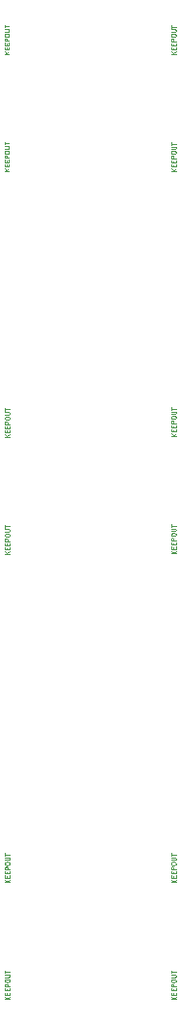
<source format=gbr>
%TF.GenerationSoftware,KiCad,Pcbnew,(7.0.0)*%
%TF.CreationDate,2023-03-06T17:55:23-08:00*%
%TF.ProjectId,my active mult,6d792061-6374-4697-9665-206d756c742e,rev?*%
%TF.SameCoordinates,Original*%
%TF.FileFunction,Other,Comment*%
%FSLAX46Y46*%
G04 Gerber Fmt 4.6, Leading zero omitted, Abs format (unit mm)*
G04 Created by KiCad (PCBNEW (7.0.0)) date 2023-03-06 17:55:23*
%MOMM*%
%LPD*%
G01*
G04 APERTURE LIST*
%ADD10C,0.051000*%
G04 APERTURE END LIST*
D10*
%TO.C,J3*%
X43346952Y-55238095D02*
X42946952Y-55238095D01*
X43346952Y-55009524D02*
X43118380Y-55180953D01*
X42946952Y-55009524D02*
X43175523Y-55238095D01*
X43137428Y-54838095D02*
X43137428Y-54704762D01*
X43346952Y-54647619D02*
X43346952Y-54838095D01*
X43346952Y-54838095D02*
X42946952Y-54838095D01*
X42946952Y-54838095D02*
X42946952Y-54647619D01*
X43137428Y-54476190D02*
X43137428Y-54342857D01*
X43346952Y-54285714D02*
X43346952Y-54476190D01*
X43346952Y-54476190D02*
X42946952Y-54476190D01*
X42946952Y-54476190D02*
X42946952Y-54285714D01*
X43346952Y-54114285D02*
X42946952Y-54114285D01*
X42946952Y-54114285D02*
X42946952Y-53961904D01*
X42946952Y-53961904D02*
X42966000Y-53923809D01*
X42966000Y-53923809D02*
X42985047Y-53904762D01*
X42985047Y-53904762D02*
X43023142Y-53885714D01*
X43023142Y-53885714D02*
X43080285Y-53885714D01*
X43080285Y-53885714D02*
X43118380Y-53904762D01*
X43118380Y-53904762D02*
X43137428Y-53923809D01*
X43137428Y-53923809D02*
X43156476Y-53961904D01*
X43156476Y-53961904D02*
X43156476Y-54114285D01*
X42946952Y-53638095D02*
X42946952Y-53561904D01*
X42946952Y-53561904D02*
X42966000Y-53523809D01*
X42966000Y-53523809D02*
X43004095Y-53485714D01*
X43004095Y-53485714D02*
X43080285Y-53466666D01*
X43080285Y-53466666D02*
X43213619Y-53466666D01*
X43213619Y-53466666D02*
X43289809Y-53485714D01*
X43289809Y-53485714D02*
X43327904Y-53523809D01*
X43327904Y-53523809D02*
X43346952Y-53561904D01*
X43346952Y-53561904D02*
X43346952Y-53638095D01*
X43346952Y-53638095D02*
X43327904Y-53676190D01*
X43327904Y-53676190D02*
X43289809Y-53714285D01*
X43289809Y-53714285D02*
X43213619Y-53733333D01*
X43213619Y-53733333D02*
X43080285Y-53733333D01*
X43080285Y-53733333D02*
X43004095Y-53714285D01*
X43004095Y-53714285D02*
X42966000Y-53676190D01*
X42966000Y-53676190D02*
X42946952Y-53638095D01*
X42946952Y-53295237D02*
X43270761Y-53295237D01*
X43270761Y-53295237D02*
X43308857Y-53276190D01*
X43308857Y-53276190D02*
X43327904Y-53257142D01*
X43327904Y-53257142D02*
X43346952Y-53219047D01*
X43346952Y-53219047D02*
X43346952Y-53142856D01*
X43346952Y-53142856D02*
X43327904Y-53104761D01*
X43327904Y-53104761D02*
X43308857Y-53085714D01*
X43308857Y-53085714D02*
X43270761Y-53066666D01*
X43270761Y-53066666D02*
X42946952Y-53066666D01*
X42946952Y-52933332D02*
X42946952Y-52704761D01*
X43346952Y-52819047D02*
X42946952Y-52819047D01*
%TO.C,J13*%
X28726952Y-127738095D02*
X28326952Y-127738095D01*
X28726952Y-127509524D02*
X28498380Y-127680953D01*
X28326952Y-127509524D02*
X28555523Y-127738095D01*
X28517428Y-127338095D02*
X28517428Y-127204762D01*
X28726952Y-127147619D02*
X28726952Y-127338095D01*
X28726952Y-127338095D02*
X28326952Y-127338095D01*
X28326952Y-127338095D02*
X28326952Y-127147619D01*
X28517428Y-126976190D02*
X28517428Y-126842857D01*
X28726952Y-126785714D02*
X28726952Y-126976190D01*
X28726952Y-126976190D02*
X28326952Y-126976190D01*
X28326952Y-126976190D02*
X28326952Y-126785714D01*
X28726952Y-126614285D02*
X28326952Y-126614285D01*
X28326952Y-126614285D02*
X28326952Y-126461904D01*
X28326952Y-126461904D02*
X28346000Y-126423809D01*
X28346000Y-126423809D02*
X28365047Y-126404762D01*
X28365047Y-126404762D02*
X28403142Y-126385714D01*
X28403142Y-126385714D02*
X28460285Y-126385714D01*
X28460285Y-126385714D02*
X28498380Y-126404762D01*
X28498380Y-126404762D02*
X28517428Y-126423809D01*
X28517428Y-126423809D02*
X28536476Y-126461904D01*
X28536476Y-126461904D02*
X28536476Y-126614285D01*
X28326952Y-126138095D02*
X28326952Y-126061904D01*
X28326952Y-126061904D02*
X28346000Y-126023809D01*
X28346000Y-126023809D02*
X28384095Y-125985714D01*
X28384095Y-125985714D02*
X28460285Y-125966666D01*
X28460285Y-125966666D02*
X28593619Y-125966666D01*
X28593619Y-125966666D02*
X28669809Y-125985714D01*
X28669809Y-125985714D02*
X28707904Y-126023809D01*
X28707904Y-126023809D02*
X28726952Y-126061904D01*
X28726952Y-126061904D02*
X28726952Y-126138095D01*
X28726952Y-126138095D02*
X28707904Y-126176190D01*
X28707904Y-126176190D02*
X28669809Y-126214285D01*
X28669809Y-126214285D02*
X28593619Y-126233333D01*
X28593619Y-126233333D02*
X28460285Y-126233333D01*
X28460285Y-126233333D02*
X28384095Y-126214285D01*
X28384095Y-126214285D02*
X28346000Y-126176190D01*
X28346000Y-126176190D02*
X28326952Y-126138095D01*
X28326952Y-125795237D02*
X28650761Y-125795237D01*
X28650761Y-125795237D02*
X28688857Y-125776190D01*
X28688857Y-125776190D02*
X28707904Y-125757142D01*
X28707904Y-125757142D02*
X28726952Y-125719047D01*
X28726952Y-125719047D02*
X28726952Y-125642856D01*
X28726952Y-125642856D02*
X28707904Y-125604761D01*
X28707904Y-125604761D02*
X28688857Y-125585714D01*
X28688857Y-125585714D02*
X28650761Y-125566666D01*
X28650761Y-125566666D02*
X28326952Y-125566666D01*
X28326952Y-125433332D02*
X28326952Y-125204761D01*
X28726952Y-125319047D02*
X28326952Y-125319047D01*
%TO.C,J12*%
X28726952Y-117488095D02*
X28326952Y-117488095D01*
X28726952Y-117259524D02*
X28498380Y-117430953D01*
X28326952Y-117259524D02*
X28555523Y-117488095D01*
X28517428Y-117088095D02*
X28517428Y-116954762D01*
X28726952Y-116897619D02*
X28726952Y-117088095D01*
X28726952Y-117088095D02*
X28326952Y-117088095D01*
X28326952Y-117088095D02*
X28326952Y-116897619D01*
X28517428Y-116726190D02*
X28517428Y-116592857D01*
X28726952Y-116535714D02*
X28726952Y-116726190D01*
X28726952Y-116726190D02*
X28326952Y-116726190D01*
X28326952Y-116726190D02*
X28326952Y-116535714D01*
X28726952Y-116364285D02*
X28326952Y-116364285D01*
X28326952Y-116364285D02*
X28326952Y-116211904D01*
X28326952Y-116211904D02*
X28346000Y-116173809D01*
X28346000Y-116173809D02*
X28365047Y-116154762D01*
X28365047Y-116154762D02*
X28403142Y-116135714D01*
X28403142Y-116135714D02*
X28460285Y-116135714D01*
X28460285Y-116135714D02*
X28498380Y-116154762D01*
X28498380Y-116154762D02*
X28517428Y-116173809D01*
X28517428Y-116173809D02*
X28536476Y-116211904D01*
X28536476Y-116211904D02*
X28536476Y-116364285D01*
X28326952Y-115888095D02*
X28326952Y-115811904D01*
X28326952Y-115811904D02*
X28346000Y-115773809D01*
X28346000Y-115773809D02*
X28384095Y-115735714D01*
X28384095Y-115735714D02*
X28460285Y-115716666D01*
X28460285Y-115716666D02*
X28593619Y-115716666D01*
X28593619Y-115716666D02*
X28669809Y-115735714D01*
X28669809Y-115735714D02*
X28707904Y-115773809D01*
X28707904Y-115773809D02*
X28726952Y-115811904D01*
X28726952Y-115811904D02*
X28726952Y-115888095D01*
X28726952Y-115888095D02*
X28707904Y-115926190D01*
X28707904Y-115926190D02*
X28669809Y-115964285D01*
X28669809Y-115964285D02*
X28593619Y-115983333D01*
X28593619Y-115983333D02*
X28460285Y-115983333D01*
X28460285Y-115983333D02*
X28384095Y-115964285D01*
X28384095Y-115964285D02*
X28346000Y-115926190D01*
X28346000Y-115926190D02*
X28326952Y-115888095D01*
X28326952Y-115545237D02*
X28650761Y-115545237D01*
X28650761Y-115545237D02*
X28688857Y-115526190D01*
X28688857Y-115526190D02*
X28707904Y-115507142D01*
X28707904Y-115507142D02*
X28726952Y-115469047D01*
X28726952Y-115469047D02*
X28726952Y-115392856D01*
X28726952Y-115392856D02*
X28707904Y-115354761D01*
X28707904Y-115354761D02*
X28688857Y-115335714D01*
X28688857Y-115335714D02*
X28650761Y-115316666D01*
X28650761Y-115316666D02*
X28326952Y-115316666D01*
X28326952Y-115183332D02*
X28326952Y-114954761D01*
X28726952Y-115069047D02*
X28326952Y-115069047D01*
%TO.C,J11*%
X43346952Y-127738095D02*
X42946952Y-127738095D01*
X43346952Y-127509524D02*
X43118380Y-127680953D01*
X42946952Y-127509524D02*
X43175523Y-127738095D01*
X43137428Y-127338095D02*
X43137428Y-127204762D01*
X43346952Y-127147619D02*
X43346952Y-127338095D01*
X43346952Y-127338095D02*
X42946952Y-127338095D01*
X42946952Y-127338095D02*
X42946952Y-127147619D01*
X43137428Y-126976190D02*
X43137428Y-126842857D01*
X43346952Y-126785714D02*
X43346952Y-126976190D01*
X43346952Y-126976190D02*
X42946952Y-126976190D01*
X42946952Y-126976190D02*
X42946952Y-126785714D01*
X43346952Y-126614285D02*
X42946952Y-126614285D01*
X42946952Y-126614285D02*
X42946952Y-126461904D01*
X42946952Y-126461904D02*
X42966000Y-126423809D01*
X42966000Y-126423809D02*
X42985047Y-126404762D01*
X42985047Y-126404762D02*
X43023142Y-126385714D01*
X43023142Y-126385714D02*
X43080285Y-126385714D01*
X43080285Y-126385714D02*
X43118380Y-126404762D01*
X43118380Y-126404762D02*
X43137428Y-126423809D01*
X43137428Y-126423809D02*
X43156476Y-126461904D01*
X43156476Y-126461904D02*
X43156476Y-126614285D01*
X42946952Y-126138095D02*
X42946952Y-126061904D01*
X42946952Y-126061904D02*
X42966000Y-126023809D01*
X42966000Y-126023809D02*
X43004095Y-125985714D01*
X43004095Y-125985714D02*
X43080285Y-125966666D01*
X43080285Y-125966666D02*
X43213619Y-125966666D01*
X43213619Y-125966666D02*
X43289809Y-125985714D01*
X43289809Y-125985714D02*
X43327904Y-126023809D01*
X43327904Y-126023809D02*
X43346952Y-126061904D01*
X43346952Y-126061904D02*
X43346952Y-126138095D01*
X43346952Y-126138095D02*
X43327904Y-126176190D01*
X43327904Y-126176190D02*
X43289809Y-126214285D01*
X43289809Y-126214285D02*
X43213619Y-126233333D01*
X43213619Y-126233333D02*
X43080285Y-126233333D01*
X43080285Y-126233333D02*
X43004095Y-126214285D01*
X43004095Y-126214285D02*
X42966000Y-126176190D01*
X42966000Y-126176190D02*
X42946952Y-126138095D01*
X42946952Y-125795237D02*
X43270761Y-125795237D01*
X43270761Y-125795237D02*
X43308857Y-125776190D01*
X43308857Y-125776190D02*
X43327904Y-125757142D01*
X43327904Y-125757142D02*
X43346952Y-125719047D01*
X43346952Y-125719047D02*
X43346952Y-125642856D01*
X43346952Y-125642856D02*
X43327904Y-125604761D01*
X43327904Y-125604761D02*
X43308857Y-125585714D01*
X43308857Y-125585714D02*
X43270761Y-125566666D01*
X43270761Y-125566666D02*
X42946952Y-125566666D01*
X42946952Y-125433332D02*
X42946952Y-125204761D01*
X43346952Y-125319047D02*
X42946952Y-125319047D01*
%TO.C,J10*%
X43346952Y-117488095D02*
X42946952Y-117488095D01*
X43346952Y-117259524D02*
X43118380Y-117430953D01*
X42946952Y-117259524D02*
X43175523Y-117488095D01*
X43137428Y-117088095D02*
X43137428Y-116954762D01*
X43346952Y-116897619D02*
X43346952Y-117088095D01*
X43346952Y-117088095D02*
X42946952Y-117088095D01*
X42946952Y-117088095D02*
X42946952Y-116897619D01*
X43137428Y-116726190D02*
X43137428Y-116592857D01*
X43346952Y-116535714D02*
X43346952Y-116726190D01*
X43346952Y-116726190D02*
X42946952Y-116726190D01*
X42946952Y-116726190D02*
X42946952Y-116535714D01*
X43346952Y-116364285D02*
X42946952Y-116364285D01*
X42946952Y-116364285D02*
X42946952Y-116211904D01*
X42946952Y-116211904D02*
X42966000Y-116173809D01*
X42966000Y-116173809D02*
X42985047Y-116154762D01*
X42985047Y-116154762D02*
X43023142Y-116135714D01*
X43023142Y-116135714D02*
X43080285Y-116135714D01*
X43080285Y-116135714D02*
X43118380Y-116154762D01*
X43118380Y-116154762D02*
X43137428Y-116173809D01*
X43137428Y-116173809D02*
X43156476Y-116211904D01*
X43156476Y-116211904D02*
X43156476Y-116364285D01*
X42946952Y-115888095D02*
X42946952Y-115811904D01*
X42946952Y-115811904D02*
X42966000Y-115773809D01*
X42966000Y-115773809D02*
X43004095Y-115735714D01*
X43004095Y-115735714D02*
X43080285Y-115716666D01*
X43080285Y-115716666D02*
X43213619Y-115716666D01*
X43213619Y-115716666D02*
X43289809Y-115735714D01*
X43289809Y-115735714D02*
X43327904Y-115773809D01*
X43327904Y-115773809D02*
X43346952Y-115811904D01*
X43346952Y-115811904D02*
X43346952Y-115888095D01*
X43346952Y-115888095D02*
X43327904Y-115926190D01*
X43327904Y-115926190D02*
X43289809Y-115964285D01*
X43289809Y-115964285D02*
X43213619Y-115983333D01*
X43213619Y-115983333D02*
X43080285Y-115983333D01*
X43080285Y-115983333D02*
X43004095Y-115964285D01*
X43004095Y-115964285D02*
X42966000Y-115926190D01*
X42966000Y-115926190D02*
X42946952Y-115888095D01*
X42946952Y-115545237D02*
X43270761Y-115545237D01*
X43270761Y-115545237D02*
X43308857Y-115526190D01*
X43308857Y-115526190D02*
X43327904Y-115507142D01*
X43327904Y-115507142D02*
X43346952Y-115469047D01*
X43346952Y-115469047D02*
X43346952Y-115392856D01*
X43346952Y-115392856D02*
X43327904Y-115354761D01*
X43327904Y-115354761D02*
X43308857Y-115335714D01*
X43308857Y-115335714D02*
X43270761Y-115316666D01*
X43270761Y-115316666D02*
X42946952Y-115316666D01*
X42946952Y-115183332D02*
X42946952Y-114954761D01*
X43346952Y-115069047D02*
X42946952Y-115069047D01*
%TO.C,J9*%
X28726952Y-88738095D02*
X28326952Y-88738095D01*
X28726952Y-88509524D02*
X28498380Y-88680953D01*
X28326952Y-88509524D02*
X28555523Y-88738095D01*
X28517428Y-88338095D02*
X28517428Y-88204762D01*
X28726952Y-88147619D02*
X28726952Y-88338095D01*
X28726952Y-88338095D02*
X28326952Y-88338095D01*
X28326952Y-88338095D02*
X28326952Y-88147619D01*
X28517428Y-87976190D02*
X28517428Y-87842857D01*
X28726952Y-87785714D02*
X28726952Y-87976190D01*
X28726952Y-87976190D02*
X28326952Y-87976190D01*
X28326952Y-87976190D02*
X28326952Y-87785714D01*
X28726952Y-87614285D02*
X28326952Y-87614285D01*
X28326952Y-87614285D02*
X28326952Y-87461904D01*
X28326952Y-87461904D02*
X28346000Y-87423809D01*
X28346000Y-87423809D02*
X28365047Y-87404762D01*
X28365047Y-87404762D02*
X28403142Y-87385714D01*
X28403142Y-87385714D02*
X28460285Y-87385714D01*
X28460285Y-87385714D02*
X28498380Y-87404762D01*
X28498380Y-87404762D02*
X28517428Y-87423809D01*
X28517428Y-87423809D02*
X28536476Y-87461904D01*
X28536476Y-87461904D02*
X28536476Y-87614285D01*
X28326952Y-87138095D02*
X28326952Y-87061904D01*
X28326952Y-87061904D02*
X28346000Y-87023809D01*
X28346000Y-87023809D02*
X28384095Y-86985714D01*
X28384095Y-86985714D02*
X28460285Y-86966666D01*
X28460285Y-86966666D02*
X28593619Y-86966666D01*
X28593619Y-86966666D02*
X28669809Y-86985714D01*
X28669809Y-86985714D02*
X28707904Y-87023809D01*
X28707904Y-87023809D02*
X28726952Y-87061904D01*
X28726952Y-87061904D02*
X28726952Y-87138095D01*
X28726952Y-87138095D02*
X28707904Y-87176190D01*
X28707904Y-87176190D02*
X28669809Y-87214285D01*
X28669809Y-87214285D02*
X28593619Y-87233333D01*
X28593619Y-87233333D02*
X28460285Y-87233333D01*
X28460285Y-87233333D02*
X28384095Y-87214285D01*
X28384095Y-87214285D02*
X28346000Y-87176190D01*
X28346000Y-87176190D02*
X28326952Y-87138095D01*
X28326952Y-86795237D02*
X28650761Y-86795237D01*
X28650761Y-86795237D02*
X28688857Y-86776190D01*
X28688857Y-86776190D02*
X28707904Y-86757142D01*
X28707904Y-86757142D02*
X28726952Y-86719047D01*
X28726952Y-86719047D02*
X28726952Y-86642856D01*
X28726952Y-86642856D02*
X28707904Y-86604761D01*
X28707904Y-86604761D02*
X28688857Y-86585714D01*
X28688857Y-86585714D02*
X28650761Y-86566666D01*
X28650761Y-86566666D02*
X28326952Y-86566666D01*
X28326952Y-86433332D02*
X28326952Y-86204761D01*
X28726952Y-86319047D02*
X28326952Y-86319047D01*
%TO.C,J8*%
X28726952Y-78488095D02*
X28326952Y-78488095D01*
X28726952Y-78259524D02*
X28498380Y-78430953D01*
X28326952Y-78259524D02*
X28555523Y-78488095D01*
X28517428Y-78088095D02*
X28517428Y-77954762D01*
X28726952Y-77897619D02*
X28726952Y-78088095D01*
X28726952Y-78088095D02*
X28326952Y-78088095D01*
X28326952Y-78088095D02*
X28326952Y-77897619D01*
X28517428Y-77726190D02*
X28517428Y-77592857D01*
X28726952Y-77535714D02*
X28726952Y-77726190D01*
X28726952Y-77726190D02*
X28326952Y-77726190D01*
X28326952Y-77726190D02*
X28326952Y-77535714D01*
X28726952Y-77364285D02*
X28326952Y-77364285D01*
X28326952Y-77364285D02*
X28326952Y-77211904D01*
X28326952Y-77211904D02*
X28346000Y-77173809D01*
X28346000Y-77173809D02*
X28365047Y-77154762D01*
X28365047Y-77154762D02*
X28403142Y-77135714D01*
X28403142Y-77135714D02*
X28460285Y-77135714D01*
X28460285Y-77135714D02*
X28498380Y-77154762D01*
X28498380Y-77154762D02*
X28517428Y-77173809D01*
X28517428Y-77173809D02*
X28536476Y-77211904D01*
X28536476Y-77211904D02*
X28536476Y-77364285D01*
X28326952Y-76888095D02*
X28326952Y-76811904D01*
X28326952Y-76811904D02*
X28346000Y-76773809D01*
X28346000Y-76773809D02*
X28384095Y-76735714D01*
X28384095Y-76735714D02*
X28460285Y-76716666D01*
X28460285Y-76716666D02*
X28593619Y-76716666D01*
X28593619Y-76716666D02*
X28669809Y-76735714D01*
X28669809Y-76735714D02*
X28707904Y-76773809D01*
X28707904Y-76773809D02*
X28726952Y-76811904D01*
X28726952Y-76811904D02*
X28726952Y-76888095D01*
X28726952Y-76888095D02*
X28707904Y-76926190D01*
X28707904Y-76926190D02*
X28669809Y-76964285D01*
X28669809Y-76964285D02*
X28593619Y-76983333D01*
X28593619Y-76983333D02*
X28460285Y-76983333D01*
X28460285Y-76983333D02*
X28384095Y-76964285D01*
X28384095Y-76964285D02*
X28346000Y-76926190D01*
X28346000Y-76926190D02*
X28326952Y-76888095D01*
X28326952Y-76545237D02*
X28650761Y-76545237D01*
X28650761Y-76545237D02*
X28688857Y-76526190D01*
X28688857Y-76526190D02*
X28707904Y-76507142D01*
X28707904Y-76507142D02*
X28726952Y-76469047D01*
X28726952Y-76469047D02*
X28726952Y-76392856D01*
X28726952Y-76392856D02*
X28707904Y-76354761D01*
X28707904Y-76354761D02*
X28688857Y-76335714D01*
X28688857Y-76335714D02*
X28650761Y-76316666D01*
X28650761Y-76316666D02*
X28326952Y-76316666D01*
X28326952Y-76183332D02*
X28326952Y-75954761D01*
X28726952Y-76069047D02*
X28326952Y-76069047D01*
%TO.C,J7*%
X43356952Y-88688095D02*
X42956952Y-88688095D01*
X43356952Y-88459524D02*
X43128380Y-88630953D01*
X42956952Y-88459524D02*
X43185523Y-88688095D01*
X43147428Y-88288095D02*
X43147428Y-88154762D01*
X43356952Y-88097619D02*
X43356952Y-88288095D01*
X43356952Y-88288095D02*
X42956952Y-88288095D01*
X42956952Y-88288095D02*
X42956952Y-88097619D01*
X43147428Y-87926190D02*
X43147428Y-87792857D01*
X43356952Y-87735714D02*
X43356952Y-87926190D01*
X43356952Y-87926190D02*
X42956952Y-87926190D01*
X42956952Y-87926190D02*
X42956952Y-87735714D01*
X43356952Y-87564285D02*
X42956952Y-87564285D01*
X42956952Y-87564285D02*
X42956952Y-87411904D01*
X42956952Y-87411904D02*
X42976000Y-87373809D01*
X42976000Y-87373809D02*
X42995047Y-87354762D01*
X42995047Y-87354762D02*
X43033142Y-87335714D01*
X43033142Y-87335714D02*
X43090285Y-87335714D01*
X43090285Y-87335714D02*
X43128380Y-87354762D01*
X43128380Y-87354762D02*
X43147428Y-87373809D01*
X43147428Y-87373809D02*
X43166476Y-87411904D01*
X43166476Y-87411904D02*
X43166476Y-87564285D01*
X42956952Y-87088095D02*
X42956952Y-87011904D01*
X42956952Y-87011904D02*
X42976000Y-86973809D01*
X42976000Y-86973809D02*
X43014095Y-86935714D01*
X43014095Y-86935714D02*
X43090285Y-86916666D01*
X43090285Y-86916666D02*
X43223619Y-86916666D01*
X43223619Y-86916666D02*
X43299809Y-86935714D01*
X43299809Y-86935714D02*
X43337904Y-86973809D01*
X43337904Y-86973809D02*
X43356952Y-87011904D01*
X43356952Y-87011904D02*
X43356952Y-87088095D01*
X43356952Y-87088095D02*
X43337904Y-87126190D01*
X43337904Y-87126190D02*
X43299809Y-87164285D01*
X43299809Y-87164285D02*
X43223619Y-87183333D01*
X43223619Y-87183333D02*
X43090285Y-87183333D01*
X43090285Y-87183333D02*
X43014095Y-87164285D01*
X43014095Y-87164285D02*
X42976000Y-87126190D01*
X42976000Y-87126190D02*
X42956952Y-87088095D01*
X42956952Y-86745237D02*
X43280761Y-86745237D01*
X43280761Y-86745237D02*
X43318857Y-86726190D01*
X43318857Y-86726190D02*
X43337904Y-86707142D01*
X43337904Y-86707142D02*
X43356952Y-86669047D01*
X43356952Y-86669047D02*
X43356952Y-86592856D01*
X43356952Y-86592856D02*
X43337904Y-86554761D01*
X43337904Y-86554761D02*
X43318857Y-86535714D01*
X43318857Y-86535714D02*
X43280761Y-86516666D01*
X43280761Y-86516666D02*
X42956952Y-86516666D01*
X42956952Y-86383332D02*
X42956952Y-86154761D01*
X43356952Y-86269047D02*
X42956952Y-86269047D01*
%TO.C,J6*%
X43356952Y-78438095D02*
X42956952Y-78438095D01*
X43356952Y-78209524D02*
X43128380Y-78380953D01*
X42956952Y-78209524D02*
X43185523Y-78438095D01*
X43147428Y-78038095D02*
X43147428Y-77904762D01*
X43356952Y-77847619D02*
X43356952Y-78038095D01*
X43356952Y-78038095D02*
X42956952Y-78038095D01*
X42956952Y-78038095D02*
X42956952Y-77847619D01*
X43147428Y-77676190D02*
X43147428Y-77542857D01*
X43356952Y-77485714D02*
X43356952Y-77676190D01*
X43356952Y-77676190D02*
X42956952Y-77676190D01*
X42956952Y-77676190D02*
X42956952Y-77485714D01*
X43356952Y-77314285D02*
X42956952Y-77314285D01*
X42956952Y-77314285D02*
X42956952Y-77161904D01*
X42956952Y-77161904D02*
X42976000Y-77123809D01*
X42976000Y-77123809D02*
X42995047Y-77104762D01*
X42995047Y-77104762D02*
X43033142Y-77085714D01*
X43033142Y-77085714D02*
X43090285Y-77085714D01*
X43090285Y-77085714D02*
X43128380Y-77104762D01*
X43128380Y-77104762D02*
X43147428Y-77123809D01*
X43147428Y-77123809D02*
X43166476Y-77161904D01*
X43166476Y-77161904D02*
X43166476Y-77314285D01*
X42956952Y-76838095D02*
X42956952Y-76761904D01*
X42956952Y-76761904D02*
X42976000Y-76723809D01*
X42976000Y-76723809D02*
X43014095Y-76685714D01*
X43014095Y-76685714D02*
X43090285Y-76666666D01*
X43090285Y-76666666D02*
X43223619Y-76666666D01*
X43223619Y-76666666D02*
X43299809Y-76685714D01*
X43299809Y-76685714D02*
X43337904Y-76723809D01*
X43337904Y-76723809D02*
X43356952Y-76761904D01*
X43356952Y-76761904D02*
X43356952Y-76838095D01*
X43356952Y-76838095D02*
X43337904Y-76876190D01*
X43337904Y-76876190D02*
X43299809Y-76914285D01*
X43299809Y-76914285D02*
X43223619Y-76933333D01*
X43223619Y-76933333D02*
X43090285Y-76933333D01*
X43090285Y-76933333D02*
X43014095Y-76914285D01*
X43014095Y-76914285D02*
X42976000Y-76876190D01*
X42976000Y-76876190D02*
X42956952Y-76838095D01*
X42956952Y-76495237D02*
X43280761Y-76495237D01*
X43280761Y-76495237D02*
X43318857Y-76476190D01*
X43318857Y-76476190D02*
X43337904Y-76457142D01*
X43337904Y-76457142D02*
X43356952Y-76419047D01*
X43356952Y-76419047D02*
X43356952Y-76342856D01*
X43356952Y-76342856D02*
X43337904Y-76304761D01*
X43337904Y-76304761D02*
X43318857Y-76285714D01*
X43318857Y-76285714D02*
X43280761Y-76266666D01*
X43280761Y-76266666D02*
X42956952Y-76266666D01*
X42956952Y-76133332D02*
X42956952Y-75904761D01*
X43356952Y-76019047D02*
X42956952Y-76019047D01*
%TO.C,J5*%
X28696952Y-55188095D02*
X28296952Y-55188095D01*
X28696952Y-54959524D02*
X28468380Y-55130953D01*
X28296952Y-54959524D02*
X28525523Y-55188095D01*
X28487428Y-54788095D02*
X28487428Y-54654762D01*
X28696952Y-54597619D02*
X28696952Y-54788095D01*
X28696952Y-54788095D02*
X28296952Y-54788095D01*
X28296952Y-54788095D02*
X28296952Y-54597619D01*
X28487428Y-54426190D02*
X28487428Y-54292857D01*
X28696952Y-54235714D02*
X28696952Y-54426190D01*
X28696952Y-54426190D02*
X28296952Y-54426190D01*
X28296952Y-54426190D02*
X28296952Y-54235714D01*
X28696952Y-54064285D02*
X28296952Y-54064285D01*
X28296952Y-54064285D02*
X28296952Y-53911904D01*
X28296952Y-53911904D02*
X28316000Y-53873809D01*
X28316000Y-53873809D02*
X28335047Y-53854762D01*
X28335047Y-53854762D02*
X28373142Y-53835714D01*
X28373142Y-53835714D02*
X28430285Y-53835714D01*
X28430285Y-53835714D02*
X28468380Y-53854762D01*
X28468380Y-53854762D02*
X28487428Y-53873809D01*
X28487428Y-53873809D02*
X28506476Y-53911904D01*
X28506476Y-53911904D02*
X28506476Y-54064285D01*
X28296952Y-53588095D02*
X28296952Y-53511904D01*
X28296952Y-53511904D02*
X28316000Y-53473809D01*
X28316000Y-53473809D02*
X28354095Y-53435714D01*
X28354095Y-53435714D02*
X28430285Y-53416666D01*
X28430285Y-53416666D02*
X28563619Y-53416666D01*
X28563619Y-53416666D02*
X28639809Y-53435714D01*
X28639809Y-53435714D02*
X28677904Y-53473809D01*
X28677904Y-53473809D02*
X28696952Y-53511904D01*
X28696952Y-53511904D02*
X28696952Y-53588095D01*
X28696952Y-53588095D02*
X28677904Y-53626190D01*
X28677904Y-53626190D02*
X28639809Y-53664285D01*
X28639809Y-53664285D02*
X28563619Y-53683333D01*
X28563619Y-53683333D02*
X28430285Y-53683333D01*
X28430285Y-53683333D02*
X28354095Y-53664285D01*
X28354095Y-53664285D02*
X28316000Y-53626190D01*
X28316000Y-53626190D02*
X28296952Y-53588095D01*
X28296952Y-53245237D02*
X28620761Y-53245237D01*
X28620761Y-53245237D02*
X28658857Y-53226190D01*
X28658857Y-53226190D02*
X28677904Y-53207142D01*
X28677904Y-53207142D02*
X28696952Y-53169047D01*
X28696952Y-53169047D02*
X28696952Y-53092856D01*
X28696952Y-53092856D02*
X28677904Y-53054761D01*
X28677904Y-53054761D02*
X28658857Y-53035714D01*
X28658857Y-53035714D02*
X28620761Y-53016666D01*
X28620761Y-53016666D02*
X28296952Y-53016666D01*
X28296952Y-52883332D02*
X28296952Y-52654761D01*
X28696952Y-52769047D02*
X28296952Y-52769047D01*
%TO.C,J4*%
X28696952Y-44938095D02*
X28296952Y-44938095D01*
X28696952Y-44709524D02*
X28468380Y-44880953D01*
X28296952Y-44709524D02*
X28525523Y-44938095D01*
X28487428Y-44538095D02*
X28487428Y-44404762D01*
X28696952Y-44347619D02*
X28696952Y-44538095D01*
X28696952Y-44538095D02*
X28296952Y-44538095D01*
X28296952Y-44538095D02*
X28296952Y-44347619D01*
X28487428Y-44176190D02*
X28487428Y-44042857D01*
X28696952Y-43985714D02*
X28696952Y-44176190D01*
X28696952Y-44176190D02*
X28296952Y-44176190D01*
X28296952Y-44176190D02*
X28296952Y-43985714D01*
X28696952Y-43814285D02*
X28296952Y-43814285D01*
X28296952Y-43814285D02*
X28296952Y-43661904D01*
X28296952Y-43661904D02*
X28316000Y-43623809D01*
X28316000Y-43623809D02*
X28335047Y-43604762D01*
X28335047Y-43604762D02*
X28373142Y-43585714D01*
X28373142Y-43585714D02*
X28430285Y-43585714D01*
X28430285Y-43585714D02*
X28468380Y-43604762D01*
X28468380Y-43604762D02*
X28487428Y-43623809D01*
X28487428Y-43623809D02*
X28506476Y-43661904D01*
X28506476Y-43661904D02*
X28506476Y-43814285D01*
X28296952Y-43338095D02*
X28296952Y-43261904D01*
X28296952Y-43261904D02*
X28316000Y-43223809D01*
X28316000Y-43223809D02*
X28354095Y-43185714D01*
X28354095Y-43185714D02*
X28430285Y-43166666D01*
X28430285Y-43166666D02*
X28563619Y-43166666D01*
X28563619Y-43166666D02*
X28639809Y-43185714D01*
X28639809Y-43185714D02*
X28677904Y-43223809D01*
X28677904Y-43223809D02*
X28696952Y-43261904D01*
X28696952Y-43261904D02*
X28696952Y-43338095D01*
X28696952Y-43338095D02*
X28677904Y-43376190D01*
X28677904Y-43376190D02*
X28639809Y-43414285D01*
X28639809Y-43414285D02*
X28563619Y-43433333D01*
X28563619Y-43433333D02*
X28430285Y-43433333D01*
X28430285Y-43433333D02*
X28354095Y-43414285D01*
X28354095Y-43414285D02*
X28316000Y-43376190D01*
X28316000Y-43376190D02*
X28296952Y-43338095D01*
X28296952Y-42995237D02*
X28620761Y-42995237D01*
X28620761Y-42995237D02*
X28658857Y-42976190D01*
X28658857Y-42976190D02*
X28677904Y-42957142D01*
X28677904Y-42957142D02*
X28696952Y-42919047D01*
X28696952Y-42919047D02*
X28696952Y-42842856D01*
X28696952Y-42842856D02*
X28677904Y-42804761D01*
X28677904Y-42804761D02*
X28658857Y-42785714D01*
X28658857Y-42785714D02*
X28620761Y-42766666D01*
X28620761Y-42766666D02*
X28296952Y-42766666D01*
X28296952Y-42633332D02*
X28296952Y-42404761D01*
X28696952Y-42519047D02*
X28296952Y-42519047D01*
%TO.C,J2*%
X43346952Y-44988095D02*
X42946952Y-44988095D01*
X43346952Y-44759524D02*
X43118380Y-44930953D01*
X42946952Y-44759524D02*
X43175523Y-44988095D01*
X43137428Y-44588095D02*
X43137428Y-44454762D01*
X43346952Y-44397619D02*
X43346952Y-44588095D01*
X43346952Y-44588095D02*
X42946952Y-44588095D01*
X42946952Y-44588095D02*
X42946952Y-44397619D01*
X43137428Y-44226190D02*
X43137428Y-44092857D01*
X43346952Y-44035714D02*
X43346952Y-44226190D01*
X43346952Y-44226190D02*
X42946952Y-44226190D01*
X42946952Y-44226190D02*
X42946952Y-44035714D01*
X43346952Y-43864285D02*
X42946952Y-43864285D01*
X42946952Y-43864285D02*
X42946952Y-43711904D01*
X42946952Y-43711904D02*
X42966000Y-43673809D01*
X42966000Y-43673809D02*
X42985047Y-43654762D01*
X42985047Y-43654762D02*
X43023142Y-43635714D01*
X43023142Y-43635714D02*
X43080285Y-43635714D01*
X43080285Y-43635714D02*
X43118380Y-43654762D01*
X43118380Y-43654762D02*
X43137428Y-43673809D01*
X43137428Y-43673809D02*
X43156476Y-43711904D01*
X43156476Y-43711904D02*
X43156476Y-43864285D01*
X42946952Y-43388095D02*
X42946952Y-43311904D01*
X42946952Y-43311904D02*
X42966000Y-43273809D01*
X42966000Y-43273809D02*
X43004095Y-43235714D01*
X43004095Y-43235714D02*
X43080285Y-43216666D01*
X43080285Y-43216666D02*
X43213619Y-43216666D01*
X43213619Y-43216666D02*
X43289809Y-43235714D01*
X43289809Y-43235714D02*
X43327904Y-43273809D01*
X43327904Y-43273809D02*
X43346952Y-43311904D01*
X43346952Y-43311904D02*
X43346952Y-43388095D01*
X43346952Y-43388095D02*
X43327904Y-43426190D01*
X43327904Y-43426190D02*
X43289809Y-43464285D01*
X43289809Y-43464285D02*
X43213619Y-43483333D01*
X43213619Y-43483333D02*
X43080285Y-43483333D01*
X43080285Y-43483333D02*
X43004095Y-43464285D01*
X43004095Y-43464285D02*
X42966000Y-43426190D01*
X42966000Y-43426190D02*
X42946952Y-43388095D01*
X42946952Y-43045237D02*
X43270761Y-43045237D01*
X43270761Y-43045237D02*
X43308857Y-43026190D01*
X43308857Y-43026190D02*
X43327904Y-43007142D01*
X43327904Y-43007142D02*
X43346952Y-42969047D01*
X43346952Y-42969047D02*
X43346952Y-42892856D01*
X43346952Y-42892856D02*
X43327904Y-42854761D01*
X43327904Y-42854761D02*
X43308857Y-42835714D01*
X43308857Y-42835714D02*
X43270761Y-42816666D01*
X43270761Y-42816666D02*
X42946952Y-42816666D01*
X42946952Y-42683332D02*
X42946952Y-42454761D01*
X43346952Y-42569047D02*
X42946952Y-42569047D01*
%TD*%
M02*

</source>
